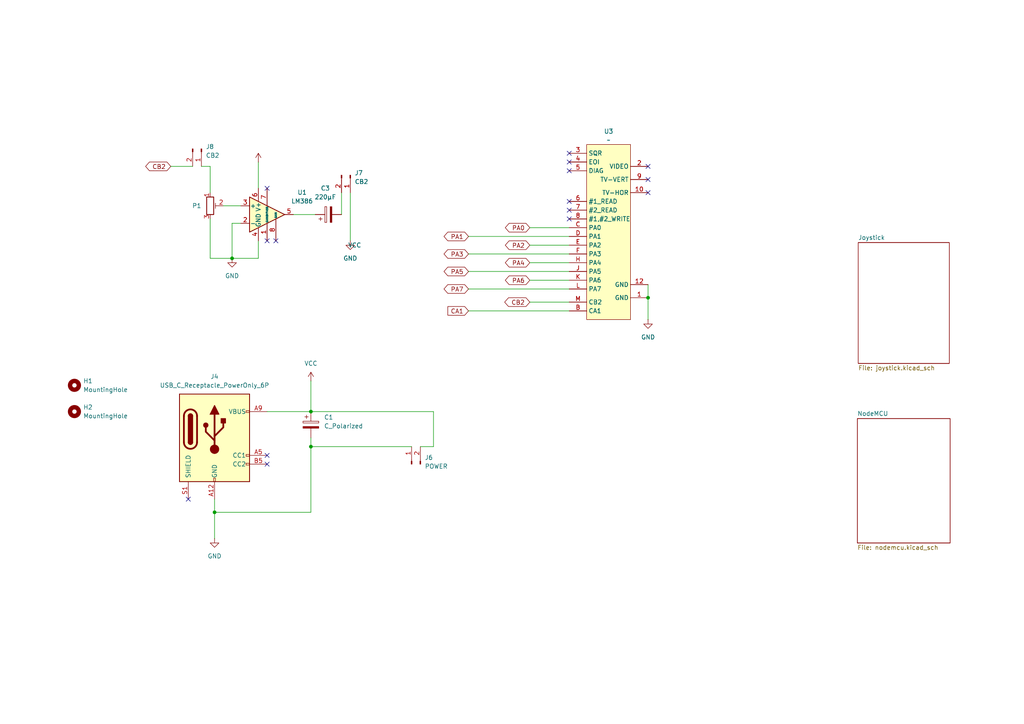
<source format=kicad_sch>
(kicad_sch (version 20250114) (generator "eeschema") (generator_version "9.0")
  (paper "A4")
  (lib_symbols
    (symbol "Amplifier_Audio:LM386" (pin_names (offset 0.127))
      (property "Reference" "U" (at 1.27 7.62 0))
      (property "Value" "LM386" (at 1.27 5.08 0))
      (symbol "LM386_0_1"
        (polyline (pts (xy 5.08 0) (xy -5.08 5.08) (xy -5.08 -5.08) (xy 5.08 0)) (stroke (width 0.254)) (fill (type background)))
      )
      (symbol "LM386_1_1"
        (pin input line (at -7.62 2.54 0) (length 2.54) (name "+") (number "3"))
        (pin input line (at -7.62 -2.54 0) (length 2.54) (name "-") (number "2"))
        (pin power_in line (at -2.54 7.62 270) (length 3.81) (name "V+") (number "6"))
        (pin power_in line (at -2.54 -7.62 90) (length 3.81) (name "GND") (number "4"))
        (pin input line (at 0 7.62 270) (length 5.08) (name "BYPASS") (number "7"))
        (pin input line (at 0 -7.62 90) (length 5.08) (name "GAIN") (number "1"))
        (pin input line (at 2.54 -7.62 90) (length 6.35) (name "GAIN") (number "8"))
        (pin output line (at 7.62 0 180) (length 2.54) (name "~") (number "5"))
      )
    )
    (symbol "Connector:Conn_01x02_Pin" (pin_names (offset 1.016) (hide yes))
      (property "Reference" "J" (at 0 2.54 0))
      (property "Value" "Conn_01x02_Pin" (at 0 -5.08 0))
      (symbol "Conn_01x02_Pin_1_1"
        (rectangle (start 0.8636 0.127) (end 0 -0.127) (stroke (width 0.1524)) (fill (type outline)))
        (rectangle (start 0.8636 -2.413) (end 0 -2.667) (stroke (width 0.1524)) (fill (type outline)))
        (polyline (pts (xy 1.27 0) (xy 0.8636 0)) (stroke (width 0.1524)))
        (polyline (pts (xy 1.27 -2.54) (xy 0.8636 -2.54)) (stroke (width 0.1524)))
        (pin passive line (at 5.08 0 180) (length 3.81) (name "Pin_1") (number "1"))
        (pin passive line (at 5.08 -2.54 180) (length 3.81) (name "Pin_2") (number "2"))
      )
    )
    (symbol "Connector:USB_C_Receptacle_PowerOnly_6P" (pin_names (offset 1.016))
      (property "Reference" "J" (at 0 16.51 0))
      (property "Value" "USB_C_Receptacle_PowerOnly_6P" (at 0 13.97 0))
      (symbol "USB_C_Receptacle_PowerOnly_6P_0_0"
        (rectangle (start -0.254 -12.7) (end 0.254 -11.684))
        (rectangle (start 10.16 7.874) (end 9.144 7.366))
        (rectangle (start 10.16 -4.826) (end 9.144 -5.334))
        (rectangle (start 10.16 -7.366) (end 9.144 -7.874))
      )
      (symbol "USB_C_Receptacle_PowerOnly_6P_0_1"
        (rectangle (start -10.16 12.7) (end 10.16 -12.7) (stroke (width 0.254)) (fill (type background)))
        (polyline (pts (xy -8.89 -1.27) (xy -8.89 6.35)) (stroke (width 0.508)))
        (rectangle (start -7.62 -1.27) (end -6.35 6.35) (stroke (width 0.254)) (fill (type outline)))
        (arc (start -7.62 6.35) (mid -6.985 6.9823) (end -6.35 6.35) (stroke (width 0.254)))
        (arc (start -7.62 6.35) (mid -6.985 6.9823) (end -6.35 6.35) (stroke (width 0.254)) (fill (type outline)))
        (arc (start -8.89 6.35) (mid -6.985 8.2467) (end -5.08 6.35) (stroke (width 0.508)))
        (arc (start -5.08 -1.27) (mid -6.985 -3.1667) (end -8.89 -1.27) (stroke (width 0.508)))
        (arc (start -6.35 -1.27) (mid -6.985 -1.9023) (end -7.62 -1.27) (stroke (width 0.254)))
        (arc (start -6.35 -1.27) (mid -6.985 -1.9023) (end -7.62 -1.27) (stroke (width 0.254)) (fill (type outline)))
        (polyline (pts (xy -5.08 6.35) (xy -5.08 -1.27)) (stroke (width 0.508)))
        (circle (center -2.54 3.683) (radius 0.635) (stroke (width 0.254)) (fill (type outline)))
        (polyline (pts (xy -1.27 6.858) (xy 0 9.398) (xy 1.27 6.858) (xy -1.27 6.858)) (stroke (width 0.254)) (fill (type outline)))
        (polyline (pts (xy 0 0.508) (xy 2.54 3.048) (xy 2.54 4.318)) (stroke (width 0.508)))
        (polyline (pts (xy 0 -0.762) (xy -2.54 1.778) (xy -2.54 3.048)) (stroke (width 0.508)))
        (polyline (pts (xy 0 -3.302) (xy 0 6.858)) (stroke (width 0.508)))
        (circle (center 0 -3.302) (radius 1.27) (fill (type outline)))
        (rectangle (start 1.905 4.318) (end 3.175 5.588) (stroke (width 0.254)) (fill (type outline)))
      )
      (symbol "USB_C_Receptacle_PowerOnly_6P_1_1"
        (pin passive line (at -7.62 -17.78 90) (length 5.08) (name "SHIELD") (number "S1"))
        (pin passive line (at 0 -17.78 90) (length 5.08) (name "GND") (number "A12"))
        (pin passive line (at 0 -17.78 90) (length 5.08) (hide yes) (name "GND") (number "B12"))
        (pin passive line (at 15.24 7.62 180) (length 5.08) (name "VBUS") (number "A9"))
        (pin passive line (at 15.24 7.62 180) (length 5.08) (hide yes) (name "VBUS") (number "B9"))
        (pin bidirectional line (at 15.24 -5.08 180) (length 5.08) (name "CC1") (number "A5"))
        (pin bidirectional line (at 15.24 -7.62 180) (length 5.08) (name "CC2") (number "B5"))
      )
    )
    (symbol "Device:C_Polarized" (pin_numbers (hide yes)) (pin_names (offset 0.254))
      (property "Reference" "C" (at 0.635 2.54 0))
      (property "Value" "C_Polarized" (at 0.635 -2.54 0))
      (symbol "C_Polarized_0_1"
        (rectangle (start -2.286 0.508) (end 2.286 1.016))
        (polyline (pts (xy -1.778 2.286) (xy -0.762 2.286)))
        (polyline (pts (xy -1.27 2.794) (xy -1.27 1.778)))
        (rectangle (start 2.286 -0.508) (end -2.286 -1.016) (fill (type outline)))
      )
      (symbol "C_Polarized_1_1"
        (pin passive line (at 0 3.81 270) (length 2.794) (name "~") (number "1"))
        (pin passive line (at 0 -3.81 90) (length 2.794) (name "~") (number "2"))
      )
    )
    (symbol "Device:R_Potentiometer_Trim" (pin_names (offset 1.016) (hide yes))
      (property "Reference" "RV" (at -4.445 0 90))
      (property "Value" "R_Potentiometer_Trim" (at -2.54 0 90))
      (symbol "R_Potentiometer_Trim_0_1"
        (rectangle (start 1.016 2.54) (end -1.016 -2.54) (stroke (width 0.254)))
        (polyline (pts (xy 1.524 0.762) (xy 1.524 -0.762)))
        (polyline (pts (xy 2.54 0) (xy 1.524 0)))
      )
      (symbol "R_Potentiometer_Trim_1_1"
        (pin passive line (at 0 3.81 270) (length 1.27) (name "1") (number "1"))
        (pin passive line (at 0 -3.81 90) (length 1.27) (name "3") (number "3"))
        (pin passive line (at 3.81 0 180) (length 1.27) (name "2") (number "2"))
      )
    )
    (symbol "Mechanical:MountingHole" (pin_names (offset 1.016)) (exclude_from_sim yes) (in_bom no)
      (property "Reference" "H" (at 0 5.08 0))
      (property "Value" "MountingHole" (at 0 3.175 0))
      (symbol "MountingHole_0_1"
        (circle (center 0 0) (radius 1.27) (stroke (width 1.27)))
      )
    )
    (symbol "hackup-commodore:PET-UserPort"
      (property "Reference" "U" (at 0 0 0))
      (symbol "PET-UserPort_0_1"
        (rectangle (start -6.35 -25.4) (end 6.35 25.4) (fill (type background)))
        (rectangle (start 6.35 -19.05) (end 6.35 -19.05))
      )
      (symbol "PET-UserPort_1_1"
        (pin input line (at -11.43 22.86 0) (length 5.08) (name "SQR") (number "3"))
        (pin bidirectional line (at -11.43 20.32 0) (length 5.08) (name "EOI") (number "4"))
        (pin input line (at -11.43 17.78 0) (length 5.08) (name "DIAG") (number "5"))
        (pin input line (at -11.43 8.89 0) (length 5.08) (name "#1_READ") (number "6"))
        (pin input line (at -11.43 6.35 0) (length 5.08) (name "#2_READ") (number "7"))
        (pin output line (at -11.43 3.81 0) (length 5.08) (name "#1,#2_WRITE") (number "8"))
        (pin bidirectional line (at -11.43 1.27 0) (length 5.08) (name "PA0") (number "C"))
        (pin bidirectional line (at -11.43 -1.27 0) (length 5.08) (name "PA1") (number "D"))
        (pin bidirectional line (at -11.43 -3.81 0) (length 5.08) (name "PA2") (number "E"))
        (pin bidirectional line (at -11.43 -6.35 0) (length 5.08) (name "PA3") (number "F"))
        (pin bidirectional line (at -11.43 -8.89 0) (length 5.08) (name "PA4") (number "H"))
        (pin bidirectional line (at -11.43 -11.43 0) (length 5.08) (name "PA5") (number "J"))
        (pin bidirectional line (at -11.43 -13.97 0) (length 5.08) (name "PA6") (number "K"))
        (pin bidirectional line (at -11.43 -16.51 0) (length 5.08) (name "PA7") (number "L"))
        (pin bidirectional line (at -11.43 -20.32 0) (length 5.08) (name "CB2") (number "M"))
        (pin input line (at -11.43 -22.86 0) (length 5.08) (name "CA1") (number "B"))
        (pin output line (at 11.43 19.05 180) (length 5.08) (name "VIDEO") (number "2"))
        (pin output line (at 11.43 15.24 180) (length 5.08) (name "TV-VERT") (number "9"))
        (pin output line (at 11.43 11.43 180) (length 5.08) (name "TV-HOR") (number "10"))
        (pin power_out line (at 11.43 -15.24 180) (length 5.08) (name "GND") (number "12"))
        (pin power_out line (at 11.43 -19.05 180) (length 5.08) (name "GND") (number "1"))
      )
    )
    (symbol "power:GND" (power) (pin_numbers (hide yes)) (pin_names (offset 0) (hide yes))
      (property "Value" "GND" (at 0 -3.81 0))
      (symbol "GND_0_1"
        (polyline (pts (xy 0 0) (xy 0 -1.27) (xy 1.27 -1.27) (xy 0 -2.54) (xy -1.27 -1.27) (xy 0 -1.27)))
      )
      (symbol "GND_1_1"
        (pin power_in line (at 0 0 270) (length 0) (name "~") (number "1"))
      )
    )
    (symbol "power:VCC" (power) (pin_numbers (hide yes)) (pin_names (offset 0) (hide yes))
      (property "Value" "VCC" (at 0 3.556 0))
      (symbol "VCC_0_1"
        (polyline (pts (xy -0.762 1.27) (xy 0 2.54)))
        (polyline (pts (xy 0 2.54) (xy 0.762 1.27)))
        (polyline (pts (xy 0 0) (xy 0 2.54)))
      )
      (symbol "VCC_1_1"
        (pin power_in line (at 0 0 90) (length 0) (name "~") (number "1"))
      )
    )
  )
  (junction (at 67.31 74.93))
  (junction (at 90.17 119.38))
  (junction (at 187.96 86.36))
  (junction (at 90.17 129.54))
  (junction (at 62.23 148.59))
  (no_connect (at 77.47 69.85))
  (no_connect (at 187.96 52.07))
  (no_connect (at 187.96 48.26))
  (no_connect (at 54.61 144.78))
  (no_connect (at 187.96 55.88))
  (no_connect (at 165.1 44.45))
  (no_connect (at 165.1 60.96))
  (no_connect (at 80.01 69.85))
  (no_connect (at 165.1 46.99))
  (no_connect (at 77.47 54.61))
  (no_connect (at 165.1 63.5))
  (no_connect (at 165.1 58.42))
  (no_connect (at 77.47 132.08))
  (no_connect (at 165.1 49.53))
  (no_connect (at 77.47 134.62))
  (wire (pts (xy 58.42 48.26) (xy 60.96 48.26)))
  (wire (pts (xy 62.23 148.59) (xy 62.23 156.21)))
  (wire (pts (xy 62.23 144.78) (xy 62.23 148.59)))
  (wire (pts (xy 101.6 55.88) (xy 101.6 69.85)))
  (wire (pts (xy 187.96 82.55) (xy 187.96 86.36)))
  (wire (pts (xy 153.67 87.63) (xy 165.1 87.63)))
  (wire (pts (xy 135.89 68.58) (xy 165.1 68.58)))
  (wire (pts (xy 49.53 48.26) (xy 55.88 48.26)))
  (wire (pts (xy 90.17 119.38) (xy 125.73 119.38)))
  (wire (pts (xy 153.67 81.28) (xy 165.1 81.28)))
  (wire (pts (xy 90.17 148.59) (xy 62.23 148.59)))
  (wire (pts (xy 90.17 127) (xy 90.17 129.54)))
  (wire (pts (xy 67.31 64.77) (xy 67.31 74.93)))
  (wire (pts (xy 121.92 129.54) (xy 125.73 129.54)))
  (wire (pts (xy 187.96 86.36) (xy 187.96 92.71)))
  (wire (pts (xy 90.17 110.49) (xy 90.17 119.38)))
  (wire (pts (xy 153.67 76.2) (xy 165.1 76.2)))
  (wire (pts (xy 60.96 48.26) (xy 60.96 55.88)))
  (wire (pts (xy 135.89 78.74) (xy 165.1 78.74)))
  (wire (pts (xy 77.47 119.38) (xy 90.17 119.38)))
  (wire (pts (xy 135.89 73.66) (xy 165.1 73.66)))
  (wire (pts (xy 99.06 62.23) (xy 99.06 55.88)))
  (wire (pts (xy 74.93 46.99) (xy 74.93 54.61)))
  (wire (pts (xy 85.09 62.23) (xy 91.44 62.23)))
  (wire (pts (xy 90.17 129.54) (xy 90.17 148.59)))
  (wire (pts (xy 69.85 64.77) (xy 67.31 64.77)))
  (wire (pts (xy 67.31 74.93) (xy 60.96 74.93)))
  (wire (pts (xy 74.93 74.93) (xy 67.31 74.93)))
  (wire (pts (xy 135.89 90.17) (xy 165.1 90.17)))
  (wire (pts (xy 64.77 59.69) (xy 69.85 59.69)))
  (wire (pts (xy 60.96 74.93) (xy 60.96 63.5)))
  (wire (pts (xy 90.17 129.54) (xy 119.38 129.54)))
  (wire (pts (xy 125.73 119.38) (xy 125.73 129.54)))
  (wire (pts (xy 135.89 83.82) (xy 165.1 83.82)))
  (wire (pts (xy 74.93 69.85) (xy 74.93 74.93)))
  (wire (pts (xy 153.67 66.04) (xy 165.1 66.04)))
  (wire (pts (xy 153.67 71.12) (xy 165.1 71.12)))
  (global_label "PA6" (shape bidirectional) (at 153.67 81.28 180) (property "Intersheetrefs" "${INTERSHEET_REFS}" (effects (hide yes))))
  (global_label "CB2" (shape bidirectional) (at 49.53 48.26 180) (property "Intersheetrefs" "${INTERSHEET_REFS}" (effects (hide yes))))
  (global_label "CA1" (shape input) (at 135.89 90.17 180) (property "Intersheetrefs" "${INTERSHEET_REFS}" (effects (hide yes))))
  (global_label "PA0" (shape bidirectional) (at 153.67 66.04 180) (property "Intersheetrefs" "${INTERSHEET_REFS}" (effects (hide yes))))
  (global_label "PA2" (shape bidirectional) (at 153.67 71.12 180) (property "Intersheetrefs" "${INTERSHEET_REFS}" (effects (hide yes))))
  (global_label "PA1" (shape bidirectional) (at 135.89 68.58 180) (property "Intersheetrefs" "${INTERSHEET_REFS}" (effects (hide yes))))
  (global_label "PA5" (shape bidirectional) (at 135.89 78.74 180) (property "Intersheetrefs" "${INTERSHEET_REFS}" (effects (hide yes))))
  (global_label "CB2" (shape bidirectional) (at 153.67 87.63 180) (property "Intersheetrefs" "${INTERSHEET_REFS}" (effects (hide yes))))
  (global_label "PA3" (shape bidirectional) (at 135.89 73.66 180) (property "Intersheetrefs" "${INTERSHEET_REFS}" (effects (hide yes))))
  (global_label "PA4" (shape bidirectional) (at 153.67 76.2 180) (property "Intersheetrefs" "${INTERSHEET_REFS}" (effects (hide yes))))
  (global_label "PA7" (shape bidirectional) (at 135.89 83.82 180) (property "Intersheetrefs" "${INTERSHEET_REFS}" (effects (hide yes))))
  (symbol (lib_id "hackup-commodore:PET-UserPort") (at 176.53 67.31 0) (unit 1)
    (property "Reference" "U3" (at 176.53 38.1 0))
    (property "Value" "~" (at 176.53 40.64 0))
    (property "Footprint" "Hackup_Commodore:C64-User-Port-Female" (effects (hide yes)))
  )
  (symbol (lib_id "Mechanical:MountingHole") (at 21.59 111.76 0) (unit 1) (exclude_from_sim yes) (in_bom no)
    (property "Reference" "H1" (at 24.13 110.4899 0) (effects (justify left)))
    (property "Value" "MountingHole" (at 24.13 113.0299 0) (effects (justify left)))
    (property "Footprint" "MountingHole:MountingHole_3.2mm_M3" (effects (hide yes)))
    (property "Description" "Mounting Hole without connection" (effects (hide yes)))
  )
  (symbol (lib_id "Device:C_Polarized") (at 90.17 123.19 0) (unit 1)
    (property "Reference" "C1" (at 93.98 121.0309 0) (effects (justify left)))
    (property "Value" "C_Polarized" (at 93.98 123.5709 0) (effects (justify left)))
    (property "Footprint" "Capacitor_THT:CP_Radial_D8.0mm_P2.50mm" (effects (hide yes)))
    (property "Description" "Polarized capacitor" (effects (hide yes)))
  )
  (symbol (lib_id "Connector:Conn_01x02_Pin") (at 119.38 134.62 90) (unit 1)
    (property "Reference" "J6" (at 123.19 132.7149 90) (effects (justify right)))
    (property "Value" "POWER" (at 123.19 135.2549 90) (effects (justify right)))
    (property "Footprint" "Connector_JST:JST_XA_B02B-XASK-1-A_1x02_P2.50mm_Vertical" (effects (hide yes)))
    (property "Description" "Generic connector, single row, 01x02, script generated" (effects (hide yes)))
  )
  (symbol (lib_id "power:GND") (at 101.6 69.85 0) (unit 1)
    (property "Reference" "#PWR026" (effects (hide yes)))
    (property "Value" "GND" (at 101.6 74.93 0))
    (property "Description" "Power symbol creates a global label with name \"GND\" , ground" (effects (hide yes)))
  )
  (symbol (lib_id "Connector:Conn_01x02_Pin") (at 58.42 43.18 270) (unit 1)
    (property "Reference" "J8" (at 59.69 42.5449 90) (effects (justify left)))
    (property "Value" "CB2" (at 59.69 45.0849 90) (effects (justify left)))
    (property "Footprint" "Connector_PinSocket_2.54mm:PinSocket_1x02_P2.54mm_Vertical" (effects (hide yes)))
    (property "Description" "Generic connector, single row, 01x02, script generated" (effects (hide yes)))
  )
  (symbol (lib_id "Device:C_Polarized") (at 95.25 62.23 90) (unit 1)
    (property "Reference" "C3" (at 94.361 54.61 90))
    (property "Value" "220µF" (at 94.361 57.15 90))
    (property "Footprint" "Capacitor_THT:CP_Radial_D8.0mm_P2.50mm" (effects (hide yes)))
    (property "Description" "Polarized capacitor" (effects (hide yes)))
  )
  (symbol (lib_id "Device:R_Potentiometer_Trim") (at 60.96 59.69 0) (unit 1)
    (property "Reference" "P1" (at 58.42 59.6899 0) (effects (justify right)))
    (property "Value" "R_Potentiometer_Trim" (effects (hide yes)))
    (property "Footprint" "Potentiometer_THT:Potentiometer_Piher_PT-6-H_Horizontal" (effects (hide yes)))
    (property "Description" "Trim-potentiometer" (effects (hide yes)))
  )
  (symbol (lib_id "Connector:USB_C_Receptacle_PowerOnly_6P") (at 62.23 127 0) (unit 1)
    (property "Reference" "J4" (at 62.23 109.22 0))
    (property "Value" "USB_C_Receptacle_PowerOnly_6P" (at 62.23 111.76 0))
    (property "Footprint" "Connector_USB:USB_C_Receptacle_HRO_TYPE-C-31-M-17" (effects (hide yes)))
    (property "Datasheet" "https://www.usb.org/sites/default/files/documents/usb_type-c.zip" (effects (hide yes)))
    (property "Description" "USB Power-Only 6P Type-C Receptacle connector" (effects (hide yes)))
  )
  (symbol (lib_id "Connector:Conn_01x02_Pin") (at 101.6 50.8 270) (unit 1)
    (property "Reference" "J7" (at 102.87 50.1649 90) (effects (justify left)))
    (property "Value" "CB2" (at 102.87 52.7049 90) (effects (justify left)))
    (property "Footprint" "Connector_PinHeader_2.54mm:PinHeader_1x02_P2.54mm_Vertical" (effects (hide yes)))
    (property "Description" "Generic connector, single row, 01x02, script generated" (effects (hide yes)))
  )
  (symbol (lib_id "power:GND") (at 187.96 92.71 0) (unit 1)
    (property "Reference" "#PWR04" (effects (hide yes)))
    (property "Value" "GND" (at 187.96 97.79 0))
    (property "Description" "Power symbol creates a global label with name \"GND\" , ground" (effects (hide yes)))
  )
  (symbol (lib_id "power:GND") (at 62.23 156.21 0) (unit 1)
    (property "Reference" "#PWR01" (effects (hide yes)))
    (property "Value" "GND" (at 62.23 161.29 0))
    (property "Description" "Power symbol creates a global label with name \"GND\" , ground" (effects (hide yes)))
  )
  (symbol (lib_id "Mechanical:MountingHole") (at 21.59 119.38 0) (unit 1) (exclude_from_sim yes) (in_bom no)
    (property "Reference" "H2" (at 24.13 118.1099 0) (effects (justify left)))
    (property "Value" "MountingHole" (at 24.13 120.6499 0) (effects (justify left)))
    (property "Footprint" "MountingHole:MountingHole_3.2mm_M3" (effects (hide yes)))
    (property "Description" "Mounting Hole without connection" (effects (hide yes)))
  )
  (symbol (lib_id "power:VCC") (at 90.17 110.49 0) (unit 1)
    (property "Reference" "#PWR05" (effects (hide yes)))
    (property "Value" "VCC" (at 90.17 105.41 0))
    (property "Description" "Power symbol creates a global label with name \"VCC\"" (effects (hide yes)))
  )
  (symbol (lib_id "power:VCC") (at 74.93 46.99 0) (unit 1)
    (property "Reference" "#PWR031" (effects (hide yes)))
    (property "Value" "VCC" (at 102.87 71.12 0))
    (property "Description" "Power symbol creates a global label with name \"VCC\"" (effects (hide yes)))
  )
  (symbol (lib_id "Amplifier_Audio:LM386") (at 77.47 62.23 0) (unit 1)
    (property "Reference" "U1" (at 87.63 55.8098 0))
    (property "Value" "LM386" (at 87.63 58.3498 0))
    (property "Footprint" "Package_DIP:DIP-8_W7.62mm" (effects (hide yes)))
    (property "Datasheet" "http://www.ti.com/lit/ds/symlink/lm386.pdf" (effects (hide yes)))
    (property "Description" "Low Voltage Audio Power Amplifier, DIP-8/SOIC-8/SSOP-8" (effects (hide yes)))
  )
  (symbol (lib_id "power:GND") (at 67.31 74.93 0) (unit 1)
    (property "Reference" "#PWR030" (effects (hide yes)))
    (property "Value" "GND" (at 67.31 80.01 0))
    (property "Description" "Power symbol creates a global label with name \"GND\" , ground" (effects (hide yes)))
  )
  (sheet (at 248.666 121.412) (size 26.924 36.068) (stroke (width 0.1524))
    (property "Sheetname" "NodeMCU" (at 248.666 120.7004 0) (effects (justify left bottom)))
    (property "Sheetfile" "nodemcu.kicad_sch" (at 248.666 158.0646 0) (effects (justify left top)))
  )
  (sheet (at 248.92 70.358) (size 26.416 35.052) (stroke (width 0.1524))
    (property "Sheetname" "Joystick" (at 248.92 69.6464 0) (effects (justify left bottom)))
    (property "Sheetfile" "joystick.kicad_sch" (at 248.92 105.9946 0) (effects (justify left top)))
  )
)
</source>
